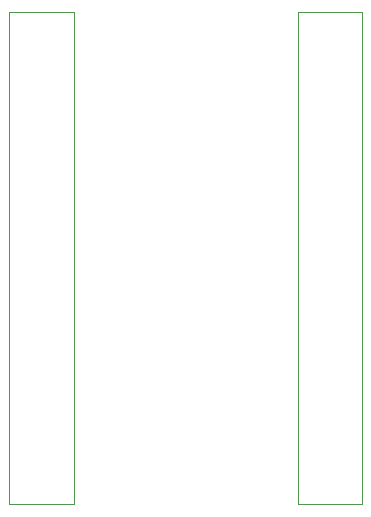
<source format=gbr>
%TF.GenerationSoftware,KiCad,Pcbnew,9.0.5*%
%TF.CreationDate,2025-12-03T10:09:40+00:00*%
%TF.ProjectId,ZX Interface,5a582049-6e74-4657-9266-6163652e6b69,3.2*%
%TF.SameCoordinates,Original*%
%TF.FileFunction,Other,User*%
%FSLAX46Y46*%
G04 Gerber Fmt 4.6, Leading zero omitted, Abs format (unit mm)*
G04 Created by KiCad (PCBNEW 9.0.5) date 2025-12-03 10:09:40*
%MOMM*%
%LPD*%
G01*
G04 APERTURE LIST*
%ADD10C,0.050000*%
G04 APERTURE END LIST*
D10*
%TO.C,J1*%
X91514000Y-94415000D02*
X96964000Y-94415000D01*
X91514000Y-136065000D02*
X91514000Y-94415000D01*
X96964000Y-94415000D02*
X96964000Y-136065000D01*
X96964000Y-136065000D02*
X91514000Y-136065000D01*
%TO.C,J2*%
X115955000Y-94414800D02*
X121405000Y-94414800D01*
X115955000Y-136064800D02*
X115955000Y-94414800D01*
X121405000Y-94414800D02*
X121405000Y-136064800D01*
X121405000Y-136064800D02*
X115955000Y-136064800D01*
%TD*%
M02*

</source>
